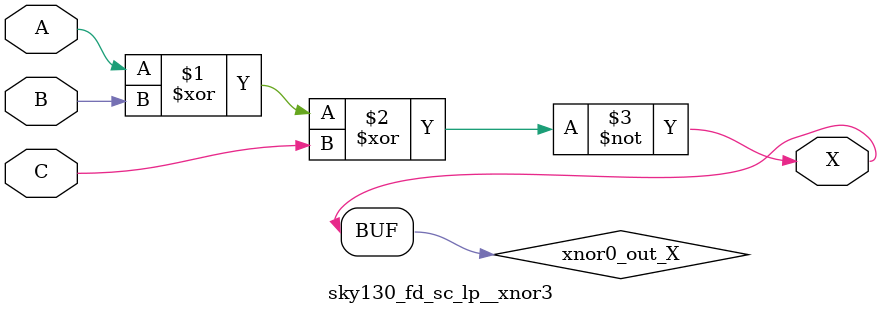
<source format=v>
/*
 * Copyright 2020 The SkyWater PDK Authors
 *
 * Licensed under the Apache License, Version 2.0 (the "License");
 * you may not use this file except in compliance with the License.
 * You may obtain a copy of the License at
 *
 *     https://www.apache.org/licenses/LICENSE-2.0
 *
 * Unless required by applicable law or agreed to in writing, software
 * distributed under the License is distributed on an "AS IS" BASIS,
 * WITHOUT WARRANTIES OR CONDITIONS OF ANY KIND, either express or implied.
 * See the License for the specific language governing permissions and
 * limitations under the License.
 *
 * SPDX-License-Identifier: Apache-2.0
*/


`ifndef SKY130_FD_SC_LP__XNOR3_FUNCTIONAL_V
`define SKY130_FD_SC_LP__XNOR3_FUNCTIONAL_V

/**
 * xnor3: 3-input exclusive NOR.
 *
 * Verilog simulation functional model.
 */

`timescale 1ns / 1ps
`default_nettype none

`celldefine
module sky130_fd_sc_lp__xnor3 (
    X,
    A,
    B,
    C
);

    // Module ports
    output X;
    input  A;
    input  B;
    input  C;

    // Local signals
    wire xnor0_out_X;

    //   Name   Output       Other arguments
    xnor xnor0 (xnor0_out_X, A, B, C        );
    buf  buf0  (X          , xnor0_out_X    );

endmodule
`endcelldefine

`default_nettype wire
`endif  // SKY130_FD_SC_LP__XNOR3_FUNCTIONAL_V
</source>
